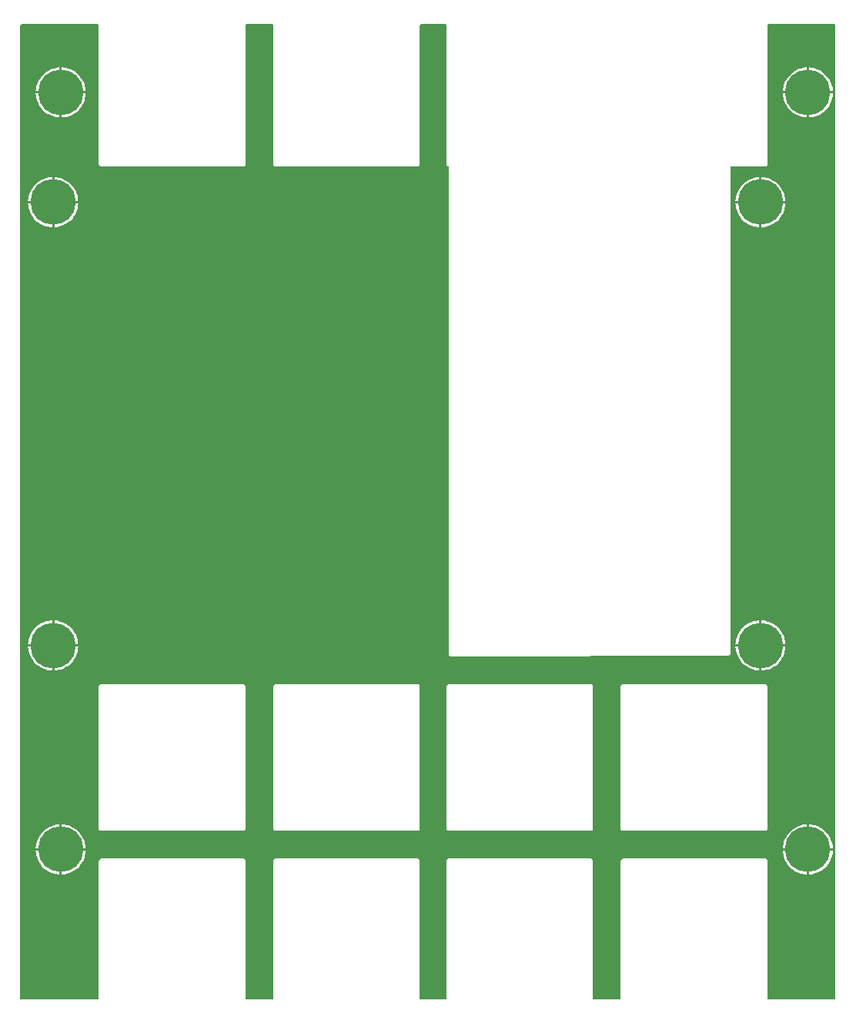
<source format=gtl>
G04 Layer: TopLayer*
G04 EasyEDA v6.5.29, 2023-07-16 15:11:24*
G04 4815ca597486458abc7986fe6b47f49f,5a6b42c53f6a479593ecc07194224c93,10*
G04 Gerber Generator version 0.2*
G04 Scale: 100 percent, Rotated: No, Reflected: No *
G04 Dimensions in millimeters *
G04 leading zeros omitted , absolute positions ,4 integer and 5 decimal *
%FSLAX45Y45*%
%MOMM*%

%ADD10C,5.0000*%

%LPD*%
G36*
X36068Y889508D02*
G01*
X32156Y890269D01*
X28905Y892505D01*
X26670Y895756D01*
X25908Y899668D01*
X25908Y11597132D01*
X26670Y11601043D01*
X28905Y11604294D01*
X32156Y11606530D01*
X36068Y11607292D01*
X878332Y11607292D01*
X882243Y11606530D01*
X885494Y11604294D01*
X887730Y11601043D01*
X888492Y11597132D01*
X888492Y10071658D01*
X889203Y10065359D01*
X891133Y10059873D01*
X894181Y10054996D01*
X898296Y10050881D01*
X903173Y10047833D01*
X908659Y10045903D01*
X914958Y10045192D01*
X2475941Y10045192D01*
X2482240Y10045903D01*
X2487726Y10047833D01*
X2492603Y10050881D01*
X2496718Y10054996D01*
X2499766Y10059873D01*
X2501696Y10065359D01*
X2502408Y10071658D01*
X2502408Y11597132D01*
X2503170Y11601043D01*
X2505405Y11604294D01*
X2508656Y11606530D01*
X2512568Y11607292D01*
X2796032Y11607292D01*
X2799943Y11606530D01*
X2803194Y11604294D01*
X2805430Y11601043D01*
X2806192Y11597132D01*
X2806192Y10071658D01*
X2806903Y10065359D01*
X2808833Y10059873D01*
X2811881Y10054996D01*
X2815996Y10050881D01*
X2820873Y10047833D01*
X2826359Y10045903D01*
X2832658Y10045192D01*
X4393641Y10045192D01*
X4399940Y10045903D01*
X4405426Y10047833D01*
X4410303Y10050881D01*
X4414418Y10054996D01*
X4417466Y10059873D01*
X4419396Y10065359D01*
X4420108Y10071658D01*
X4420108Y11597132D01*
X4420870Y11601043D01*
X4423105Y11604294D01*
X4426356Y11606530D01*
X4430268Y11607292D01*
X4701032Y11607292D01*
X4704943Y11606530D01*
X4708194Y11604294D01*
X4710430Y11601043D01*
X4711192Y11597132D01*
X4711192Y10071658D01*
X4711903Y10065359D01*
X4713833Y10059873D01*
X4716881Y10054996D01*
X4720996Y10050881D01*
X4725873Y10047833D01*
X4729784Y10046462D01*
X4733340Y10044328D01*
X4735728Y10040924D01*
X4736592Y10036860D01*
X4736592Y4686858D01*
X4737303Y4680508D01*
X4739182Y4675073D01*
X4742281Y4670145D01*
X4746396Y4666081D01*
X4751273Y4662982D01*
X4756759Y4661103D01*
X4763058Y4660392D01*
X7809738Y4670552D01*
X7815935Y4671263D01*
X7821422Y4673193D01*
X7826298Y4676292D01*
X7830413Y4680356D01*
X7833461Y4685284D01*
X7835392Y4690719D01*
X7836103Y4697069D01*
X7836408Y10035032D01*
X7837170Y10038943D01*
X7839354Y10042194D01*
X7842656Y10044430D01*
X7846568Y10045192D01*
X8216341Y10045192D01*
X8222640Y10045903D01*
X8228126Y10047833D01*
X8233003Y10050881D01*
X8237118Y10054996D01*
X8240166Y10059873D01*
X8242096Y10065359D01*
X8242808Y10071658D01*
X8242808Y11597132D01*
X8243570Y11601043D01*
X8245805Y11604294D01*
X8249056Y11606530D01*
X8252968Y11607292D01*
X8980932Y11607292D01*
X8984843Y11606530D01*
X8988094Y11604294D01*
X8990330Y11601043D01*
X8991092Y11597132D01*
X8991092Y899668D01*
X8990279Y895756D01*
X8988094Y892505D01*
X8984792Y890269D01*
X8980932Y889508D01*
X8252968Y889508D01*
X8249056Y890269D01*
X8245805Y892505D01*
X8243570Y895756D01*
X8242808Y899668D01*
X8242808Y2412441D01*
X8242096Y2418740D01*
X8240166Y2424226D01*
X8237118Y2429103D01*
X8233003Y2433218D01*
X8228126Y2436266D01*
X8222640Y2438196D01*
X8216341Y2438908D01*
X6655358Y2438908D01*
X6649059Y2438196D01*
X6643573Y2436266D01*
X6638696Y2433218D01*
X6634581Y2429103D01*
X6631533Y2424226D01*
X6629603Y2418740D01*
X6628892Y2412441D01*
X6628892Y899668D01*
X6628130Y895756D01*
X6625894Y892505D01*
X6622592Y890269D01*
X6618731Y889508D01*
X6335268Y889508D01*
X6331356Y890269D01*
X6328105Y892505D01*
X6325870Y895756D01*
X6325108Y899668D01*
X6325108Y2412441D01*
X6324396Y2418740D01*
X6322466Y2424226D01*
X6319418Y2429103D01*
X6315303Y2433218D01*
X6310426Y2436266D01*
X6304940Y2438196D01*
X6298641Y2438908D01*
X4737658Y2438908D01*
X4731359Y2438196D01*
X4725873Y2436266D01*
X4720996Y2433218D01*
X4716881Y2429103D01*
X4713833Y2424226D01*
X4711903Y2418740D01*
X4711192Y2412441D01*
X4711192Y899668D01*
X4710430Y895756D01*
X4708194Y892505D01*
X4704892Y890269D01*
X4701032Y889508D01*
X4430268Y889508D01*
X4426356Y890269D01*
X4423105Y892505D01*
X4420870Y895756D01*
X4420108Y899668D01*
X4420108Y2412441D01*
X4419396Y2418740D01*
X4417466Y2424226D01*
X4414418Y2429103D01*
X4410303Y2433218D01*
X4405426Y2436266D01*
X4399940Y2438196D01*
X4393641Y2438908D01*
X2832658Y2438908D01*
X2826359Y2438196D01*
X2820873Y2436266D01*
X2815996Y2433218D01*
X2811881Y2429103D01*
X2808833Y2424226D01*
X2806903Y2418740D01*
X2806192Y2412441D01*
X2806192Y899668D01*
X2805430Y895756D01*
X2803194Y892505D01*
X2799892Y890269D01*
X2796032Y889508D01*
X2512568Y889508D01*
X2508656Y890269D01*
X2505405Y892505D01*
X2503170Y895756D01*
X2502408Y899668D01*
X2502408Y2412441D01*
X2501696Y2418740D01*
X2499766Y2424226D01*
X2496718Y2429103D01*
X2492603Y2433218D01*
X2487726Y2436266D01*
X2482240Y2438196D01*
X2475941Y2438908D01*
X914958Y2438908D01*
X908659Y2438196D01*
X903173Y2436266D01*
X898296Y2433218D01*
X894181Y2429103D01*
X891133Y2424226D01*
X889203Y2418740D01*
X888492Y2412441D01*
X888492Y899668D01*
X887730Y895756D01*
X885494Y892505D01*
X882192Y890269D01*
X878332Y889508D01*
G37*

%LPC*%
G36*
X194360Y10871200D02*
G01*
X457200Y10871200D01*
X457200Y11133886D01*
X441045Y11132870D01*
X418185Y11129518D01*
X395681Y11124234D01*
X373735Y11117072D01*
X352450Y11108131D01*
X331927Y11097412D01*
X312420Y11085068D01*
X294030Y11071098D01*
X276860Y11055604D01*
X261061Y11038789D01*
X246684Y11020653D01*
X233883Y11001400D01*
X222758Y10981182D01*
X213360Y10960049D01*
X205790Y10938256D01*
X200050Y10915853D01*
X196189Y10893094D01*
G37*
G36*
X8411260Y10871200D02*
G01*
X8674100Y10871200D01*
X8674100Y11133886D01*
X8657945Y11132870D01*
X8635085Y11129518D01*
X8612581Y11124234D01*
X8590635Y11117072D01*
X8569350Y11108131D01*
X8548827Y11097412D01*
X8529320Y11085068D01*
X8510930Y11071098D01*
X8493760Y11055604D01*
X8477961Y11038789D01*
X8463584Y11020653D01*
X8450783Y11001400D01*
X8439658Y10981182D01*
X8430260Y10960049D01*
X8422690Y10938256D01*
X8416950Y10915853D01*
X8413089Y10893094D01*
G37*
G36*
X482600Y10871200D02*
G01*
X745286Y10871200D01*
X744829Y10881563D01*
X741934Y10904524D01*
X737108Y10927130D01*
X730453Y10949228D01*
X721969Y10970717D01*
X711657Y10991392D01*
X699719Y11011204D01*
X686104Y11029848D01*
X671017Y11047374D01*
X654507Y11063528D01*
X636727Y11078260D01*
X617728Y11091468D01*
X597712Y11103000D01*
X576834Y11112855D01*
X555142Y11120882D01*
X532892Y11127130D01*
X510184Y11131448D01*
X487222Y11133836D01*
X482600Y11133937D01*
G37*
G36*
X8699500Y10871200D02*
G01*
X8962186Y10871200D01*
X8961729Y10881563D01*
X8958834Y10904524D01*
X8954008Y10927130D01*
X8947353Y10949228D01*
X8938869Y10970717D01*
X8928557Y10991392D01*
X8916619Y11011204D01*
X8903004Y11029848D01*
X8887917Y11047374D01*
X8871407Y11063528D01*
X8853627Y11078260D01*
X8834628Y11091468D01*
X8814612Y11103000D01*
X8793734Y11112855D01*
X8772042Y11120882D01*
X8749792Y11127130D01*
X8727084Y11131448D01*
X8704122Y11133836D01*
X8699500Y11133937D01*
G37*
G36*
X8699500Y2264562D02*
G01*
X8704122Y2264664D01*
X8727084Y2267051D01*
X8749792Y2271369D01*
X8772042Y2277618D01*
X8793734Y2285644D01*
X8814612Y2295499D01*
X8834628Y2307031D01*
X8853627Y2320239D01*
X8871407Y2334971D01*
X8887917Y2351125D01*
X8903004Y2368600D01*
X8916619Y2387295D01*
X8928557Y2407107D01*
X8938869Y2427782D01*
X8947353Y2449271D01*
X8954008Y2471369D01*
X8958834Y2493975D01*
X8961729Y2516936D01*
X8962186Y2527300D01*
X8699500Y2527300D01*
G37*
G36*
X482600Y2264562D02*
G01*
X487222Y2264664D01*
X510184Y2267051D01*
X532892Y2271369D01*
X555142Y2277618D01*
X576834Y2285644D01*
X597712Y2295499D01*
X617728Y2307031D01*
X636727Y2320239D01*
X654507Y2334971D01*
X671017Y2351125D01*
X686104Y2368600D01*
X699719Y2387295D01*
X711657Y2407107D01*
X721969Y2427782D01*
X730453Y2449271D01*
X737108Y2471369D01*
X741934Y2493975D01*
X744829Y2516936D01*
X745286Y2527300D01*
X482600Y2527300D01*
G37*
G36*
X8674100Y2264613D02*
G01*
X8674100Y2527300D01*
X8411260Y2527300D01*
X8413089Y2505405D01*
X8416950Y2482646D01*
X8422690Y2460244D01*
X8430260Y2438450D01*
X8439658Y2417318D01*
X8450783Y2397099D01*
X8463584Y2377846D01*
X8477961Y2359710D01*
X8493760Y2342896D01*
X8510930Y2327402D01*
X8529320Y2313432D01*
X8548827Y2301087D01*
X8569350Y2290368D01*
X8590635Y2281428D01*
X8612581Y2274265D01*
X8635085Y2268982D01*
X8657945Y2265629D01*
G37*
G36*
X457200Y2264613D02*
G01*
X457200Y2527300D01*
X194360Y2527300D01*
X196189Y2505405D01*
X200050Y2482646D01*
X205790Y2460244D01*
X213360Y2438450D01*
X222758Y2417318D01*
X233883Y2397099D01*
X246684Y2377846D01*
X261061Y2359710D01*
X276860Y2342896D01*
X294030Y2327402D01*
X312420Y2313432D01*
X331927Y2301087D01*
X352450Y2290368D01*
X373735Y2281428D01*
X395681Y2274265D01*
X418185Y2268982D01*
X441045Y2265629D01*
G37*
G36*
X482600Y2552700D02*
G01*
X745286Y2552700D01*
X744829Y2563063D01*
X741934Y2586024D01*
X737108Y2608630D01*
X730453Y2630728D01*
X721969Y2652217D01*
X711657Y2672892D01*
X699719Y2692704D01*
X686104Y2711348D01*
X671017Y2728874D01*
X654507Y2745028D01*
X636727Y2759760D01*
X617728Y2772968D01*
X597712Y2784500D01*
X576834Y2794355D01*
X555142Y2802382D01*
X532892Y2808630D01*
X510184Y2812948D01*
X487222Y2815336D01*
X482600Y2815437D01*
G37*
G36*
X8699500Y2552700D02*
G01*
X8962186Y2552700D01*
X8961729Y2563063D01*
X8958834Y2586024D01*
X8954008Y2608630D01*
X8947353Y2630728D01*
X8938869Y2652217D01*
X8928557Y2672892D01*
X8916619Y2692704D01*
X8903004Y2711348D01*
X8887917Y2728874D01*
X8871407Y2745028D01*
X8853627Y2759760D01*
X8834628Y2772968D01*
X8814612Y2784500D01*
X8793734Y2794355D01*
X8772042Y2802382D01*
X8749792Y2808630D01*
X8727084Y2812948D01*
X8704122Y2815336D01*
X8699500Y2815437D01*
G37*
G36*
X8411260Y2552700D02*
G01*
X8674100Y2552700D01*
X8674100Y2815386D01*
X8657945Y2814370D01*
X8635085Y2811018D01*
X8612581Y2805734D01*
X8590635Y2798572D01*
X8569350Y2789631D01*
X8548827Y2778912D01*
X8529320Y2766568D01*
X8510930Y2752598D01*
X8493760Y2737104D01*
X8477961Y2720289D01*
X8463584Y2702153D01*
X8450783Y2682900D01*
X8439658Y2662682D01*
X8430260Y2641549D01*
X8422690Y2619756D01*
X8416950Y2597353D01*
X8413089Y2574594D01*
G37*
G36*
X194360Y2552700D02*
G01*
X457200Y2552700D01*
X457200Y2815386D01*
X441045Y2814370D01*
X418185Y2811018D01*
X395681Y2805734D01*
X373735Y2798572D01*
X352450Y2789631D01*
X331927Y2778912D01*
X312420Y2766568D01*
X294030Y2752598D01*
X276860Y2737104D01*
X261061Y2720289D01*
X246684Y2702153D01*
X233883Y2682900D01*
X222758Y2662682D01*
X213360Y2641549D01*
X205790Y2619756D01*
X200050Y2597353D01*
X196189Y2574594D01*
G37*
G36*
X914958Y2742692D02*
G01*
X2475941Y2742692D01*
X2482240Y2743403D01*
X2487726Y2745333D01*
X2492603Y2748381D01*
X2496718Y2752496D01*
X2499766Y2757373D01*
X2501696Y2762859D01*
X2502408Y2769158D01*
X2502408Y4330141D01*
X2501696Y4336440D01*
X2499766Y4341926D01*
X2496718Y4346803D01*
X2492603Y4350918D01*
X2487726Y4353966D01*
X2482240Y4355896D01*
X2475941Y4356608D01*
X914958Y4356608D01*
X908659Y4355896D01*
X903173Y4353966D01*
X898296Y4350918D01*
X894181Y4346803D01*
X891133Y4341926D01*
X889203Y4336440D01*
X888492Y4330141D01*
X888492Y2769158D01*
X889203Y2762859D01*
X891133Y2757373D01*
X894181Y2752496D01*
X898296Y2748381D01*
X903173Y2745333D01*
X908659Y2743403D01*
G37*
G36*
X6655358Y2742692D02*
G01*
X8216341Y2742692D01*
X8222640Y2743403D01*
X8228126Y2745333D01*
X8233003Y2748381D01*
X8237118Y2752496D01*
X8240166Y2757373D01*
X8242096Y2762859D01*
X8242808Y2769158D01*
X8242808Y4330141D01*
X8242096Y4336440D01*
X8240166Y4341926D01*
X8237118Y4346803D01*
X8233003Y4350918D01*
X8228126Y4353966D01*
X8222640Y4355896D01*
X8216341Y4356608D01*
X6655358Y4356608D01*
X6649059Y4355896D01*
X6643573Y4353966D01*
X6638696Y4350918D01*
X6634581Y4346803D01*
X6631533Y4341926D01*
X6629603Y4336440D01*
X6628892Y4330141D01*
X6628892Y2769158D01*
X6629603Y2762859D01*
X6631533Y2757373D01*
X6634581Y2752496D01*
X6638696Y2748381D01*
X6643573Y2745333D01*
X6649059Y2743403D01*
G37*
G36*
X2832658Y2742692D02*
G01*
X4393641Y2742692D01*
X4399940Y2743403D01*
X4405426Y2745333D01*
X4410303Y2748381D01*
X4414418Y2752496D01*
X4417466Y2757373D01*
X4419396Y2762859D01*
X4420108Y2769158D01*
X4420108Y4330141D01*
X4419396Y4336440D01*
X4417466Y4341926D01*
X4414418Y4346803D01*
X4410303Y4350918D01*
X4405426Y4353966D01*
X4399940Y4355896D01*
X4393641Y4356608D01*
X2832658Y4356608D01*
X2826359Y4355896D01*
X2820873Y4353966D01*
X2815996Y4350918D01*
X2811881Y4346803D01*
X2808833Y4341926D01*
X2806903Y4336440D01*
X2806192Y4330141D01*
X2806192Y2769158D01*
X2806903Y2762859D01*
X2808833Y2757373D01*
X2811881Y2752496D01*
X2815996Y2748381D01*
X2820873Y2745333D01*
X2826359Y2743403D01*
G37*
G36*
X4737658Y2742692D02*
G01*
X6298641Y2742692D01*
X6304940Y2743403D01*
X6310426Y2745333D01*
X6315303Y2748381D01*
X6319418Y2752496D01*
X6322466Y2757373D01*
X6324396Y2762859D01*
X6325108Y2769158D01*
X6325108Y4330141D01*
X6324396Y4336440D01*
X6322466Y4341926D01*
X6319418Y4346803D01*
X6315303Y4350918D01*
X6310426Y4353966D01*
X6304940Y4355896D01*
X6298641Y4356608D01*
X4737658Y4356608D01*
X4731359Y4355896D01*
X4725873Y4353966D01*
X4720996Y4350918D01*
X4716881Y4346803D01*
X4713833Y4341926D01*
X4711903Y4336440D01*
X4711192Y4330141D01*
X4711192Y2769158D01*
X4711903Y2762859D01*
X4713833Y2757373D01*
X4716881Y2752496D01*
X4720996Y2748381D01*
X4725873Y2745333D01*
X4731359Y2743403D01*
G37*
G36*
X8178800Y4506518D02*
G01*
X8183422Y4506620D01*
X8206384Y4509058D01*
X8229092Y4513376D01*
X8251342Y4519574D01*
X8273034Y4527651D01*
X8293912Y4537506D01*
X8313928Y4549038D01*
X8332927Y4562246D01*
X8350707Y4576978D01*
X8367217Y4593132D01*
X8382304Y4610608D01*
X8395919Y4629302D01*
X8407857Y4649063D01*
X8418169Y4669790D01*
X8426653Y4691278D01*
X8433308Y4713376D01*
X8438134Y4735982D01*
X8441029Y4758893D01*
X8441486Y4769307D01*
X8178800Y4769307D01*
G37*
G36*
X398780Y4506518D02*
G01*
X403402Y4506620D01*
X426415Y4509058D01*
X449122Y4513376D01*
X471373Y4519574D01*
X493014Y4527651D01*
X513943Y4537506D01*
X533958Y4549038D01*
X552907Y4562246D01*
X570738Y4576978D01*
X587197Y4593132D01*
X602335Y4610608D01*
X615899Y4629302D01*
X627888Y4649063D01*
X638149Y4669790D01*
X646633Y4691278D01*
X653338Y4713376D01*
X658114Y4735982D01*
X661009Y4758893D01*
X661466Y4769307D01*
X398780Y4769307D01*
G37*
G36*
X8153400Y4506569D02*
G01*
X8153400Y4769307D01*
X7890560Y4769307D01*
X7892389Y4747412D01*
X7896250Y4724603D01*
X7901990Y4702251D01*
X7909559Y4680407D01*
X7918958Y4659325D01*
X7930083Y4639056D01*
X7942884Y4619802D01*
X7957261Y4601718D01*
X7973059Y4584852D01*
X7990230Y4569409D01*
X8008620Y4555439D01*
X8028127Y4543044D01*
X8048650Y4532325D01*
X8069935Y4523384D01*
X8091881Y4516272D01*
X8114385Y4510989D01*
X8137245Y4507585D01*
G37*
G36*
X373380Y4506569D02*
G01*
X373380Y4769307D01*
X110540Y4769307D01*
X112369Y4747412D01*
X116230Y4724603D01*
X121970Y4702251D01*
X129590Y4680407D01*
X138988Y4659325D01*
X150114Y4639056D01*
X162915Y4619802D01*
X177241Y4601718D01*
X193040Y4584852D01*
X210261Y4569409D01*
X228650Y4555439D01*
X248158Y4543044D01*
X268630Y4532325D01*
X289915Y4523384D01*
X311912Y4516272D01*
X334416Y4510989D01*
X357276Y4507585D01*
G37*
G36*
X457200Y10583113D02*
G01*
X457200Y10845800D01*
X194360Y10845800D01*
X196189Y10823905D01*
X200050Y10801146D01*
X205790Y10778744D01*
X213360Y10756950D01*
X222758Y10735818D01*
X233883Y10715599D01*
X246684Y10696346D01*
X261061Y10678210D01*
X276860Y10661396D01*
X294030Y10645902D01*
X312420Y10631932D01*
X331927Y10619587D01*
X352450Y10608868D01*
X373735Y10599928D01*
X395681Y10592765D01*
X418185Y10587482D01*
X441045Y10584129D01*
G37*
G36*
X8674100Y10583113D02*
G01*
X8674100Y10845800D01*
X8411260Y10845800D01*
X8413089Y10823905D01*
X8416950Y10801146D01*
X8422690Y10778744D01*
X8430260Y10756950D01*
X8439658Y10735818D01*
X8450783Y10715599D01*
X8463584Y10696346D01*
X8477961Y10678210D01*
X8493760Y10661396D01*
X8510930Y10645902D01*
X8529320Y10631932D01*
X8548827Y10619587D01*
X8569350Y10608868D01*
X8590635Y10599928D01*
X8612581Y10592765D01*
X8635085Y10587482D01*
X8657945Y10584129D01*
G37*
G36*
X8178800Y4794707D02*
G01*
X8441486Y4794707D01*
X8441029Y4805070D01*
X8438134Y4827981D01*
X8433308Y4850587D01*
X8426653Y4872736D01*
X8418169Y4894224D01*
X8407857Y4914900D01*
X8395919Y4934661D01*
X8382304Y4953355D01*
X8367217Y4970830D01*
X8350707Y4987036D01*
X8332927Y5001768D01*
X8313928Y5014925D01*
X8293912Y5026507D01*
X8273034Y5036312D01*
X8251342Y5044389D01*
X8229092Y5050586D01*
X8206384Y5054904D01*
X8183422Y5057343D01*
X8178800Y5057444D01*
G37*
G36*
X7890560Y4794707D02*
G01*
X8153400Y4794707D01*
X8153400Y5057394D01*
X8137245Y5056378D01*
X8114385Y5053025D01*
X8091881Y5047742D01*
X8069935Y5040579D01*
X8048650Y5031638D01*
X8028127Y5020919D01*
X8008620Y5008524D01*
X7990230Y4994554D01*
X7973059Y4979111D01*
X7957261Y4962245D01*
X7942884Y4944160D01*
X7930083Y4924907D01*
X7918958Y4904638D01*
X7909559Y4883556D01*
X7901990Y4861712D01*
X7896250Y4839360D01*
X7892389Y4816551D01*
G37*
G36*
X110540Y4794707D02*
G01*
X373380Y4794707D01*
X373380Y5057394D01*
X357276Y5056378D01*
X334416Y5053025D01*
X311912Y5047742D01*
X289915Y5040579D01*
X268630Y5031638D01*
X248158Y5020919D01*
X228650Y5008524D01*
X210261Y4994554D01*
X193040Y4979111D01*
X177241Y4962245D01*
X162915Y4944160D01*
X150114Y4924907D01*
X138988Y4904638D01*
X129590Y4883556D01*
X121970Y4861712D01*
X116230Y4839360D01*
X112369Y4816551D01*
G37*
G36*
X8178800Y9376562D02*
G01*
X8183422Y9376664D01*
X8206384Y9379051D01*
X8229092Y9383369D01*
X8251342Y9389618D01*
X8273034Y9397644D01*
X8293912Y9407499D01*
X8313928Y9419031D01*
X8332927Y9432239D01*
X8350707Y9446971D01*
X8367217Y9463125D01*
X8382304Y9480600D01*
X8395919Y9499295D01*
X8407857Y9519107D01*
X8418169Y9539782D01*
X8426653Y9561271D01*
X8433308Y9583369D01*
X8438134Y9605975D01*
X8441029Y9628936D01*
X8441486Y9639300D01*
X8178800Y9639300D01*
G37*
G36*
X398780Y9376562D02*
G01*
X403402Y9376664D01*
X426415Y9379051D01*
X449122Y9383369D01*
X471373Y9389618D01*
X493014Y9397644D01*
X513943Y9407499D01*
X533958Y9419031D01*
X552907Y9432239D01*
X570738Y9446971D01*
X587197Y9463125D01*
X602335Y9480600D01*
X615899Y9499295D01*
X627888Y9519107D01*
X638149Y9539782D01*
X646633Y9561271D01*
X653338Y9583369D01*
X658114Y9605975D01*
X661009Y9628936D01*
X661466Y9639300D01*
X398780Y9639300D01*
G37*
G36*
X8153400Y9376613D02*
G01*
X8153400Y9639300D01*
X7890560Y9639300D01*
X7892389Y9617405D01*
X7896250Y9594646D01*
X7901990Y9572244D01*
X7909559Y9550450D01*
X7918958Y9529318D01*
X7930083Y9509099D01*
X7942884Y9489846D01*
X7957261Y9471710D01*
X7973059Y9454896D01*
X7990230Y9439402D01*
X8008620Y9425432D01*
X8028127Y9413087D01*
X8048650Y9402368D01*
X8069935Y9393428D01*
X8091881Y9386265D01*
X8114385Y9380982D01*
X8137245Y9377629D01*
G37*
G36*
X373380Y9376613D02*
G01*
X373380Y9639300D01*
X110540Y9639300D01*
X112369Y9617405D01*
X116230Y9594646D01*
X121970Y9572244D01*
X129590Y9550450D01*
X138988Y9529318D01*
X150114Y9509099D01*
X162915Y9489846D01*
X177241Y9471710D01*
X193040Y9454896D01*
X210261Y9439402D01*
X228650Y9425432D01*
X248158Y9413087D01*
X268630Y9402368D01*
X289915Y9393428D01*
X311912Y9386265D01*
X334416Y9380982D01*
X357276Y9377629D01*
G37*
G36*
X398780Y9664700D02*
G01*
X661466Y9664700D01*
X661009Y9675063D01*
X658114Y9698024D01*
X653338Y9720630D01*
X646633Y9742728D01*
X638149Y9764217D01*
X627888Y9784892D01*
X615899Y9804704D01*
X602335Y9823348D01*
X587197Y9840874D01*
X570738Y9857028D01*
X552907Y9871760D01*
X533958Y9884968D01*
X513943Y9896500D01*
X493014Y9906355D01*
X471373Y9914382D01*
X449122Y9920630D01*
X426415Y9924948D01*
X403402Y9927336D01*
X398780Y9927437D01*
G37*
G36*
X8178800Y9664700D02*
G01*
X8441486Y9664700D01*
X8441029Y9675063D01*
X8438134Y9698024D01*
X8433308Y9720630D01*
X8426653Y9742728D01*
X8418169Y9764217D01*
X8407857Y9784892D01*
X8395919Y9804704D01*
X8382304Y9823348D01*
X8367217Y9840874D01*
X8350707Y9857028D01*
X8332927Y9871760D01*
X8313928Y9884968D01*
X8293912Y9896500D01*
X8273034Y9906355D01*
X8251342Y9914382D01*
X8229092Y9920630D01*
X8206384Y9924948D01*
X8183422Y9927336D01*
X8178800Y9927437D01*
G37*
G36*
X7890560Y9664700D02*
G01*
X8153400Y9664700D01*
X8153400Y9927386D01*
X8137245Y9926370D01*
X8114385Y9923018D01*
X8091881Y9917734D01*
X8069935Y9910572D01*
X8048650Y9901631D01*
X8028127Y9890912D01*
X8008620Y9878568D01*
X7990230Y9864598D01*
X7973059Y9849104D01*
X7957261Y9832289D01*
X7942884Y9814153D01*
X7930083Y9794900D01*
X7918958Y9774682D01*
X7909559Y9753549D01*
X7901990Y9731756D01*
X7896250Y9709353D01*
X7892389Y9686594D01*
G37*
G36*
X110540Y9664700D02*
G01*
X373380Y9664700D01*
X373380Y9927386D01*
X357276Y9926370D01*
X334416Y9923018D01*
X311912Y9917734D01*
X289915Y9910572D01*
X268630Y9901631D01*
X248158Y9890912D01*
X228650Y9878568D01*
X210261Y9864598D01*
X193040Y9849104D01*
X177241Y9832289D01*
X162915Y9814153D01*
X150114Y9794900D01*
X138988Y9774682D01*
X129590Y9753549D01*
X121970Y9731756D01*
X116230Y9709353D01*
X112369Y9686594D01*
G37*
G36*
X482600Y10583062D02*
G01*
X487222Y10583164D01*
X510184Y10585551D01*
X532892Y10589869D01*
X555142Y10596118D01*
X576834Y10604144D01*
X597712Y10613999D01*
X617728Y10625531D01*
X636727Y10638739D01*
X654507Y10653471D01*
X671017Y10669625D01*
X686104Y10687100D01*
X699719Y10705795D01*
X711657Y10725607D01*
X721969Y10746282D01*
X730453Y10767771D01*
X737108Y10789869D01*
X741934Y10812475D01*
X744829Y10835436D01*
X745286Y10845800D01*
X482600Y10845800D01*
G37*
G36*
X8699500Y10583062D02*
G01*
X8704122Y10583164D01*
X8727084Y10585551D01*
X8749792Y10589869D01*
X8772042Y10596118D01*
X8793734Y10604144D01*
X8814612Y10613999D01*
X8834628Y10625531D01*
X8853627Y10638739D01*
X8871407Y10653471D01*
X8887917Y10669625D01*
X8903004Y10687100D01*
X8916619Y10705795D01*
X8928557Y10725607D01*
X8938869Y10746282D01*
X8947353Y10767771D01*
X8954008Y10789869D01*
X8958834Y10812475D01*
X8961729Y10835436D01*
X8962186Y10845800D01*
X8699500Y10845800D01*
G37*
G36*
X398780Y4794707D02*
G01*
X661466Y4794707D01*
X661009Y4805070D01*
X658114Y4827981D01*
X653338Y4850587D01*
X646633Y4872736D01*
X638149Y4894224D01*
X627888Y4914900D01*
X615899Y4934661D01*
X602335Y4953355D01*
X587197Y4970830D01*
X570738Y4987036D01*
X552907Y5001768D01*
X533958Y5014925D01*
X513943Y5026507D01*
X493014Y5036312D01*
X471373Y5044389D01*
X449122Y5050586D01*
X426415Y5054904D01*
X403402Y5057343D01*
X398780Y5057444D01*
G37*

%LPD*%
D10*
G01*
X469900Y2540000D03*
G01*
X8686800Y2540000D03*
G01*
X469900Y10858500D03*
G01*
X8686800Y10858500D03*
G01*
X386105Y4782007D03*
G01*
X8166100Y4782007D03*
G01*
X386105Y9652000D03*
G01*
X8166100Y9652000D03*
M02*

</source>
